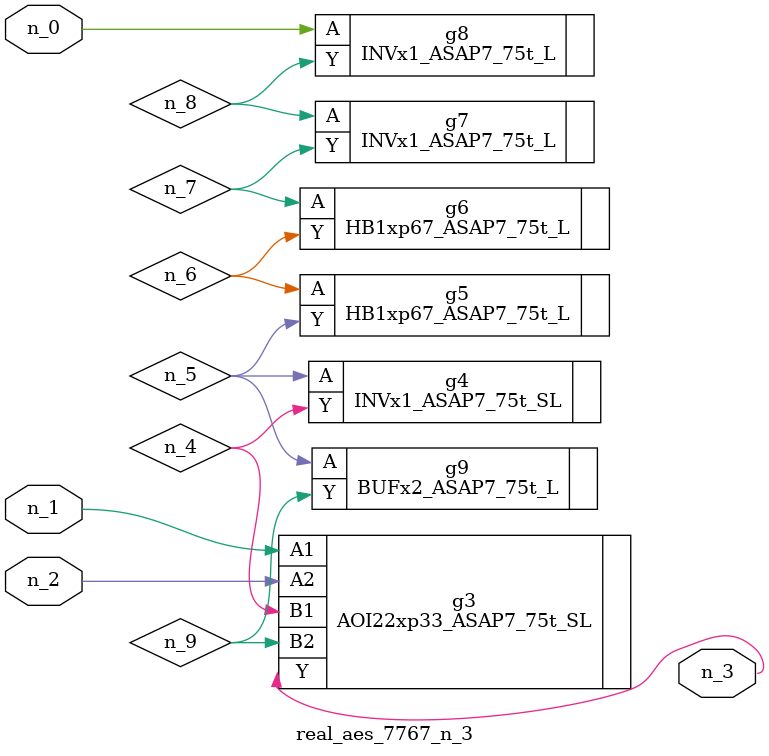
<source format=v>
module real_aes_7767_n_3 (n_0, n_2, n_1, n_3);
input n_0;
input n_2;
input n_1;
output n_3;
wire n_4;
wire n_5;
wire n_7;
wire n_9;
wire n_6;
wire n_8;
INVx1_ASAP7_75t_L g8 ( .A(n_0), .Y(n_8) );
AOI22xp33_ASAP7_75t_SL g3 ( .A1(n_1), .A2(n_2), .B1(n_4), .B2(n_9), .Y(n_3) );
INVx1_ASAP7_75t_SL g4 ( .A(n_5), .Y(n_4) );
BUFx2_ASAP7_75t_L g9 ( .A(n_5), .Y(n_9) );
HB1xp67_ASAP7_75t_L g5 ( .A(n_6), .Y(n_5) );
HB1xp67_ASAP7_75t_L g6 ( .A(n_7), .Y(n_6) );
INVx1_ASAP7_75t_L g7 ( .A(n_8), .Y(n_7) );
endmodule
</source>
